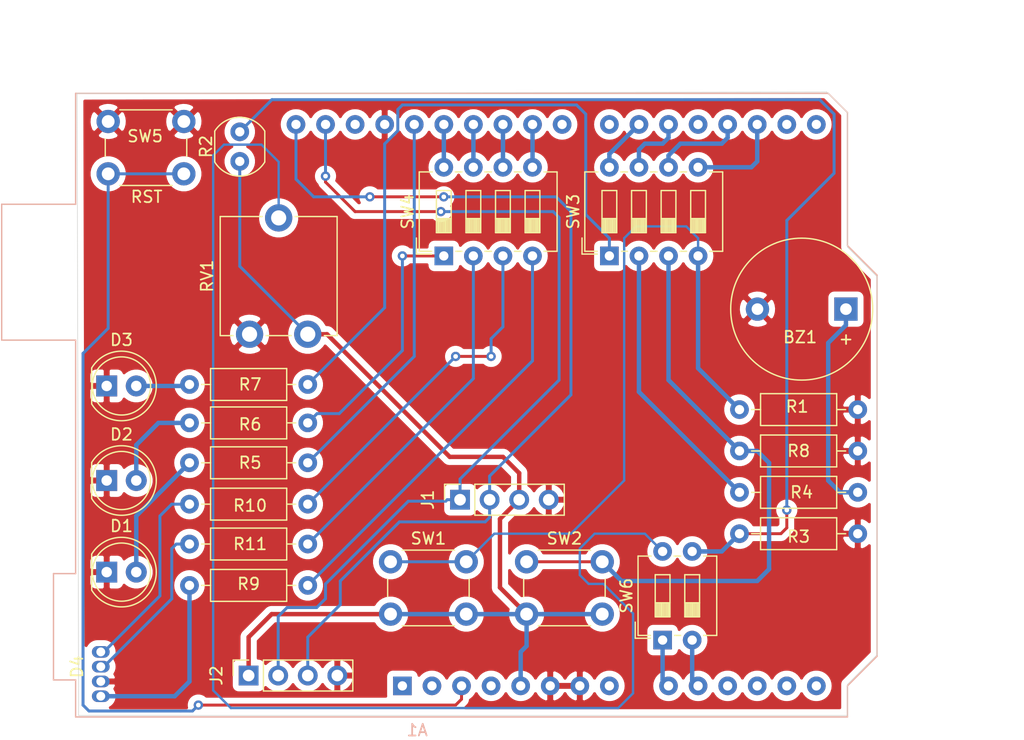
<source format=kicad_pcb>
(kicad_pcb (version 20171130) (host pcbnew "(5.1.4-0-10_14)")
  (layers (0 F.Cu signal hide) (31 B.Cu signal) (34 B.Paste user) (35 F.Paste user) (36 B.SilkS user) (37 F.SilkS user) (38 B.Mask user) (39 F.Mask user) (44 Edge.Cuts user))
  (net 0 "")
  (net 1 SCL)
  (net 2 SDA)
  (net 3 "Net-(A1-Pad1)")
  (net 4 "Net-(A1-Pad17)")
  (net 5 "Net-(A1-Pad2)")
  (net 6 "Net-(A1-Pad18)")
  (net 7 RST)
  (net 8 "Net-(A1-Pad19)")
  (net 9 "Net-(A1-Pad4)")
  (net 10 "Net-(A1-Pad20)")
  (net 11 +5V)
  (net 12 "Net-(A1-Pad21)")
  (net 13 GND)
  (net 14 "Net-(A1-Pad22)")
  (net 15 "Net-(A1-Pad23)")
  (net 16 "Net-(A1-Pad8)")
  (net 17 "Net-(A1-Pad24)")
  (net 18 "Net-(A1-Pad9)")
  (net 19 "Net-(A1-Pad25)")
  (net 20 "Net-(A1-Pad10)")
  (net 21 "Net-(A1-Pad26)")
  (net 22 "Net-(A1-Pad11)")
  (net 23 "Net-(A1-Pad27)")
  (net 24 "Net-(A1-Pad12)")
  (net 25 D13)
  (net 26 "Net-(A1-Pad13)")
  (net 27 "Net-(A1-Pad14)")
  (net 28 "Net-(A1-Pad30)")
  (net 29 "Net-(A1-Pad15)")
  (net 30 "Net-(A1-Pad16)")
  (net 31 "Net-(BZ1-Pad1)")
  (net 32 "Net-(D1-Pad2)")
  (net 33 "Net-(D2-Pad2)")
  (net 34 "Net-(D3-Pad2)")
  (net 35 "Net-(D4-Pad1)")
  (net 36 "Net-(D4-Pad2)")
  (net 37 "Net-(D4-Pad3)")
  (net 38 D2)
  (net 39 A1)
  (net 40 D5)
  (net 41 D12)
  (net 42 D6)
  (net 43 D3)
  (net 44 D9)
  (net 45 D10)
  (net 46 D11)
  (net 47 A0)
  (module Module:Arduino_UNO_R3 (layer B.Cu) (at 131.064 115.189)
    (fp_text reference A1 (at 1.27 3.81 -180) (layer B.SilkS) (effects (justify mirror)))
    (fp_text value Arduino_UNO_R3)
    (pad 32 thru_hole oval (at -9.14 -48.26 270) (size 1.6 1.6) (drill 0.8) (layers *.Cu *.Mask) (net 1 SCL))
    (pad 31 thru_hole oval (at -6.6 -48.26 270) (size 1.6 1.6) (drill 0.8) (layers *.Cu *.Mask) (net 2 SDA))
    (pad 1 thru_hole rect (at 0 0 270) (size 1.6 1.6) (drill 0.8) (layers *.Cu *.Mask) (net 3 "Net-(A1-Pad1)"))
    (pad 17 thru_hole oval (at 30.48 -48.26 270) (size 1.6 1.6) (drill 0.8) (layers *.Cu *.Mask) (net 4 "Net-(A1-Pad17)"))
    (pad 2 thru_hole oval (at 2.54 0 270) (size 1.6 1.6) (drill 0.8) (layers *.Cu *.Mask) (net 5 "Net-(A1-Pad2)"))
    (pad 18 thru_hole oval (at 27.94 -48.26 270) (size 1.6 1.6) (drill 0.8) (layers *.Cu *.Mask) (net 6 "Net-(A1-Pad18)"))
    (pad 3 thru_hole oval (at 5.08 0 270) (size 1.6 1.6) (drill 0.8) (layers *.Cu *.Mask) (net 7 RST))
    (pad 19 thru_hole oval (at 25.4 -48.26 270) (size 1.6 1.6) (drill 0.8) (layers *.Cu *.Mask) (net 8 "Net-(A1-Pad19)"))
    (pad 4 thru_hole oval (at 7.62 0 270) (size 1.6 1.6) (drill 0.8) (layers *.Cu *.Mask) (net 9 "Net-(A1-Pad4)"))
    (pad 20 thru_hole oval (at 22.86 -48.26 270) (size 1.6 1.6) (drill 0.8) (layers *.Cu *.Mask) (net 10 "Net-(A1-Pad20)"))
    (pad 5 thru_hole oval (at 10.16 0 270) (size 1.6 1.6) (drill 0.8) (layers *.Cu *.Mask) (net 11 +5V))
    (pad 21 thru_hole oval (at 20.32 -48.26 270) (size 1.6 1.6) (drill 0.8) (layers *.Cu *.Mask) (net 12 "Net-(A1-Pad21)"))
    (pad 6 thru_hole oval (at 12.7 0 270) (size 1.6 1.6) (drill 0.8) (layers *.Cu *.Mask) (net 13 GND))
    (pad 22 thru_hole oval (at 17.78 -48.26 270) (size 1.6 1.6) (drill 0.8) (layers *.Cu *.Mask) (net 14 "Net-(A1-Pad22)"))
    (pad 7 thru_hole oval (at 15.24 0 270) (size 1.6 1.6) (drill 0.8) (layers *.Cu *.Mask) (net 13 GND))
    (pad 23 thru_hole oval (at 13.72 -48.26 270) (size 1.6 1.6) (drill 0.8) (layers *.Cu *.Mask) (net 15 "Net-(A1-Pad23)"))
    (pad 8 thru_hole oval (at 17.78 0 270) (size 1.6 1.6) (drill 0.8) (layers *.Cu *.Mask) (net 16 "Net-(A1-Pad8)"))
    (pad 24 thru_hole oval (at 11.18 -48.26 270) (size 1.6 1.6) (drill 0.8) (layers *.Cu *.Mask) (net 17 "Net-(A1-Pad24)"))
    (pad 9 thru_hole oval (at 22.86 0 270) (size 1.6 1.6) (drill 0.8) (layers *.Cu *.Mask) (net 18 "Net-(A1-Pad9)"))
    (pad 25 thru_hole oval (at 8.64 -48.26 270) (size 1.6 1.6) (drill 0.8) (layers *.Cu *.Mask) (net 19 "Net-(A1-Pad25)"))
    (pad 10 thru_hole oval (at 25.4 0 270) (size 1.6 1.6) (drill 0.8) (layers *.Cu *.Mask) (net 20 "Net-(A1-Pad10)"))
    (pad 26 thru_hole oval (at 6.1 -48.26 270) (size 1.6 1.6) (drill 0.8) (layers *.Cu *.Mask) (net 21 "Net-(A1-Pad26)"))
    (pad 11 thru_hole oval (at 27.94 0 270) (size 1.6 1.6) (drill 0.8) (layers *.Cu *.Mask) (net 22 "Net-(A1-Pad11)"))
    (pad 27 thru_hole oval (at 3.56 -48.26 270) (size 1.6 1.6) (drill 0.8) (layers *.Cu *.Mask) (net 23 "Net-(A1-Pad27)"))
    (pad 12 thru_hole oval (at 30.48 0 270) (size 1.6 1.6) (drill 0.8) (layers *.Cu *.Mask) (net 24 "Net-(A1-Pad12)"))
    (pad 28 thru_hole oval (at 1.02 -48.26 270) (size 1.6 1.6) (drill 0.8) (layers *.Cu *.Mask) (net 25 D13))
    (pad 13 thru_hole oval (at 33.02 0 270) (size 1.6 1.6) (drill 0.8) (layers *.Cu *.Mask) (net 26 "Net-(A1-Pad13)"))
    (pad 29 thru_hole oval (at -1.52 -48.26 270) (size 1.6 1.6) (drill 0.8) (layers *.Cu *.Mask) (net 13 GND))
    (pad 14 thru_hole oval (at 35.56 0 270) (size 1.6 1.6) (drill 0.8) (layers *.Cu *.Mask) (net 27 "Net-(A1-Pad14)"))
    (pad 30 thru_hole oval (at -4.06 -48.26 270) (size 1.6 1.6) (drill 0.8) (layers *.Cu *.Mask) (net 28 "Net-(A1-Pad30)"))
    (pad 15 thru_hole oval (at 35.56 -48.26 270) (size 1.6 1.6) (drill 0.8) (layers *.Cu *.Mask) (net 29 "Net-(A1-Pad15)"))
    (pad 16 thru_hole oval (at 33.02 -48.26 270) (size 1.6 1.6) (drill 0.8) (layers *.Cu *.Mask) (net 30 "Net-(A1-Pad16)"))
  )
  (module Buzzer_Beeper:Buzzer_12x9.5RM7.6 (layer F.Cu) (at 169.164 82.804 180)
    (fp_text reference BZ1 (at 3.937 -2.413) (layer F.SilkS))
    (fp_text value Buzzer)
    (fp_text user + (at -0.01 -2.54) (layer F.SilkS))
    (pad 1 thru_hole rect (at 0 0 180) (size 2 2) (drill 1) (layers *.Cu *.Mask) (net 31 "Net-(BZ1-Pad1)"))
    (pad 2 thru_hole circle (at 7.6 0 180) (size 2 2) (drill 1) (layers *.Cu *.Mask) (net 13 GND))
  )
  (module LED_THT:LED_D5.0mm (layer F.Cu) (at 105.664 105.41)
    (fp_text reference D1 (at 1.27 -3.96) (layer F.SilkS))
    (fp_text value LED)
    (pad 1 thru_hole rect (at 0 0) (size 1.8 1.8) (drill 0.9) (layers *.Cu *.Mask) (net 13 GND))
    (pad 2 thru_hole circle (at 2.54 0) (size 1.8 1.8) (drill 0.9) (layers *.Cu *.Mask) (net 32 "Net-(D1-Pad2)"))
  )
  (module LED_THT:LED_D5.0mm (layer F.Cu) (at 105.664 97.536)
    (fp_text reference D2 (at 1.27 -3.96) (layer F.SilkS))
    (fp_text value LED)
    (pad 2 thru_hole circle (at 2.54 0) (size 1.8 1.8) (drill 0.9) (layers *.Cu *.Mask) (net 33 "Net-(D2-Pad2)"))
    (pad 1 thru_hole rect (at 0 0) (size 1.8 1.8) (drill 0.9) (layers *.Cu *.Mask) (net 13 GND))
  )
  (module LED_THT:LED_D5.0mm (layer F.Cu) (at 105.664 89.408)
    (fp_text reference D3 (at 1.27 -3.96) (layer F.SilkS))
    (fp_text value LED)
    (pad 1 thru_hole rect (at 0 0) (size 1.8 1.8) (drill 0.9) (layers *.Cu *.Mask) (net 13 GND))
    (pad 2 thru_hole circle (at 2.54 0) (size 1.8 1.8) (drill 0.9) (layers *.Cu *.Mask) (net 34 "Net-(D3-Pad2)"))
  )
  (module myShield:RGB-LED (layer F.Cu) (at 102.616 113.538 90)
    (fp_text reference D4 (at 0 0.5 90) (layer F.SilkS))
    (fp_text value LED_RGBC)
    (pad 1 thru_hole oval (at -2.54 2.54 90) (size 1 1.524) (drill 0.762) (layers *.Cu *.Mask) (net 35 "Net-(D4-Pad1)"))
    (pad 2 thru_hole oval (at 1.27 2.54 90) (size 1 1.524) (drill 0.762) (layers *.Cu *.Mask) (net 36 "Net-(D4-Pad2)"))
    (pad 3 thru_hole oval (at 0 2.54 90) (size 1 1.524) (drill 0.762) (layers *.Cu *.Mask) (net 37 "Net-(D4-Pad3)"))
    (pad 4 thru_hole oval (at -1.27 2.54 90) (size 1 1.524) (drill 0.762) (layers *.Cu *.Mask) (net 13 GND))
  )
  (module Connector_PinSocket_2.54mm:PinSocket_1x04_P2.54mm_Vertical (layer F.Cu) (at 136.017 99.187 90)
    (fp_text reference J1 (at 0 -2.77 90) (layer F.SilkS))
    (fp_text value Conn_01x04)
    (pad 1 thru_hole rect (at 0 0 90) (size 1.7 1.7) (drill 1) (layers *.Cu *.Mask) (net 2 SDA))
    (pad 2 thru_hole oval (at 0 2.54 90) (size 1.7 1.7) (drill 1) (layers *.Cu *.Mask) (net 1 SCL))
    (pad 3 thru_hole oval (at 0 5.08 90) (size 1.7 1.7) (drill 1) (layers *.Cu *.Mask) (net 11 +5V))
    (pad 4 thru_hole oval (at 0 7.62 90) (size 1.7 1.7) (drill 1) (layers *.Cu *.Mask) (net 13 GND))
  )
  (module Connector_PinSocket_2.54mm:PinSocket_1x04_P2.54mm_Vertical (layer F.Cu) (at 117.856 114.3 90)
    (fp_text reference J2 (at 0 -2.77 90) (layer F.SilkS))
    (fp_text value Conn_01x04)
    (pad 4 thru_hole oval (at 0 7.62 90) (size 1.7 1.7) (drill 1) (layers *.Cu *.Mask) (net 13 GND))
    (pad 3 thru_hole oval (at 0 5.08 90) (size 1.7 1.7) (drill 1) (layers *.Cu *.Mask) (net 1 SCL))
    (pad 2 thru_hole oval (at 0 2.54 90) (size 1.7 1.7) (drill 1) (layers *.Cu *.Mask) (net 2 SDA))
    (pad 1 thru_hole rect (at 0 0 90) (size 1.7 1.7) (drill 1) (layers *.Cu *.Mask) (net 11 +5V))
  )
  (module Resistor_THT:R_Axial_DIN0207_L6.3mm_D2.5mm_P10.16mm_Horizontal (layer F.Cu) (at 160.02 91.44)
    (fp_text reference R1 (at 4.953 -0.254) (layer F.SilkS))
    (fp_text value 10k)
    (pad 1 thru_hole circle (at 0 0) (size 1.6 1.6) (drill 0.8) (layers *.Cu *.Mask) (net 38 D2))
    (pad 2 thru_hole oval (at 10.16 0) (size 1.6 1.6) (drill 0.8) (layers *.Cu *.Mask) (net 13 GND))
  )
  (module OptoDevice:R_LDR_4.9x4.2mm_P2.54mm_Vertical (layer F.Cu) (at 117.094 70.104 90)
    (fp_text reference R2 (at 1.27 -2.9 90) (layer F.SilkS))
    (fp_text value R_PHOTO)
    (pad 1 thru_hole circle (at 0 0 90) (size 1.6 1.6) (drill 0.8) (layers *.Cu *.Mask) (net 11 +5V))
    (pad 2 thru_hole circle (at 2.54 0 90) (size 1.6 1.6) (drill 0.8) (layers *.Cu *.Mask) (net 39 A1))
  )
  (module Resistor_THT:R_Axial_DIN0207_L6.3mm_D2.5mm_P10.16mm_Horizontal (layer F.Cu) (at 160.02 102.108)
    (fp_text reference R3 (at 5.08 0.254) (layer F.SilkS))
    (fp_text value 2k2)
    (pad 1 thru_hole circle (at 0 0) (size 1.6 1.6) (drill 0.8) (layers *.Cu *.Mask) (net 39 A1))
    (pad 2 thru_hole oval (at 10.16 0) (size 1.6 1.6) (drill 0.8) (layers *.Cu *.Mask) (net 13 GND))
  )
  (module Resistor_THT:R_Axial_DIN0207_L6.3mm_D2.5mm_P10.16mm_Horizontal (layer F.Cu) (at 170.18 98.552 180)
    (fp_text reference R4 (at 4.826 0) (layer F.SilkS))
    (fp_text value 100)
    (pad 1 thru_hole circle (at 0 0 180) (size 1.6 1.6) (drill 0.8) (layers *.Cu *.Mask) (net 31 "Net-(BZ1-Pad1)"))
    (pad 2 thru_hole oval (at 10.16 0 180) (size 1.6 1.6) (drill 0.8) (layers *.Cu *.Mask) (net 40 D5))
  )
  (module Resistor_THT:R_Axial_DIN0207_L6.3mm_D2.5mm_P10.16mm_Horizontal (layer F.Cu) (at 122.936 96.012 180)
    (fp_text reference R5 (at 4.953 0) (layer F.SilkS))
    (fp_text value 390)
    (pad 2 thru_hole oval (at 10.16 0 180) (size 1.6 1.6) (drill 0.8) (layers *.Cu *.Mask) (net 32 "Net-(D1-Pad2)"))
    (pad 1 thru_hole circle (at 0 0 180) (size 1.6 1.6) (drill 0.8) (layers *.Cu *.Mask) (net 25 D13))
  )
  (module Resistor_THT:R_Axial_DIN0207_L6.3mm_D2.5mm_P10.16mm_Horizontal (layer F.Cu) (at 122.936 92.583 180)
    (fp_text reference R6 (at 4.953 -0.127) (layer F.SilkS))
    (fp_text value 390)
    (pad 1 thru_hole circle (at 0 0 180) (size 1.6 1.6) (drill 0.8) (layers *.Cu *.Mask) (net 41 D12))
    (pad 2 thru_hole oval (at 10.16 0 180) (size 1.6 1.6) (drill 0.8) (layers *.Cu *.Mask) (net 33 "Net-(D2-Pad2)"))
  )
  (module Resistor_THT:R_Axial_DIN0207_L6.3mm_D2.5mm_P10.16mm_Horizontal (layer F.Cu) (at 122.936 89.281 180)
    (fp_text reference R7 (at 4.953 0) (layer F.SilkS))
    (fp_text value 390)
    (pad 2 thru_hole oval (at 10.16 0 180) (size 1.6 1.6) (drill 0.8) (layers *.Cu *.Mask) (net 34 "Net-(D3-Pad2)"))
    (pad 1 thru_hole circle (at 0 0 180) (size 1.6 1.6) (drill 0.8) (layers *.Cu *.Mask) (net 42 D6))
  )
  (module Resistor_THT:R_Axial_DIN0207_L6.3mm_D2.5mm_P10.16mm_Horizontal (layer F.Cu) (at 160.02 94.996)
    (fp_text reference R8 (at 5.08 0) (layer F.SilkS))
    (fp_text value 10k)
    (pad 2 thru_hole oval (at 10.16 0) (size 1.6 1.6) (drill 0.8) (layers *.Cu *.Mask) (net 13 GND))
    (pad 1 thru_hole circle (at 0 0) (size 1.6 1.6) (drill 0.8) (layers *.Cu *.Mask) (net 43 D3))
  )
  (module Resistor_THT:R_Axial_DIN0207_L6.3mm_D2.5mm_P10.16mm_Horizontal (layer F.Cu) (at 122.936 106.553 180)
    (fp_text reference R9 (at 5.08 0.127) (layer F.SilkS))
    (fp_text value 390)
    (pad 2 thru_hole oval (at 10.16 0 180) (size 1.6 1.6) (drill 0.8) (layers *.Cu *.Mask) (net 35 "Net-(D4-Pad1)"))
    (pad 1 thru_hole circle (at 0 0 180) (size 1.6 1.6) (drill 0.8) (layers *.Cu *.Mask) (net 44 D9))
  )
  (module Resistor_THT:R_Axial_DIN0207_L6.3mm_D2.5mm_P10.16mm_Horizontal (layer F.Cu) (at 122.936 99.568 180)
    (fp_text reference R10 (at 4.953 -0.127) (layer F.SilkS))
    (fp_text value 390)
    (pad 1 thru_hole circle (at 0 0 180) (size 1.6 1.6) (drill 0.8) (layers *.Cu *.Mask) (net 45 D10))
    (pad 2 thru_hole oval (at 10.16 0 180) (size 1.6 1.6) (drill 0.8) (layers *.Cu *.Mask) (net 36 "Net-(D4-Pad2)"))
  )
  (module Resistor_THT:R_Axial_DIN0207_L6.3mm_D2.5mm_P10.16mm_Horizontal (layer F.Cu) (at 122.936 102.997 180)
    (fp_text reference R11 (at 4.953 0) (layer F.SilkS))
    (fp_text value 390)
    (pad 2 thru_hole oval (at 10.16 0 180) (size 1.6 1.6) (drill 0.8) (layers *.Cu *.Mask) (net 37 "Net-(D4-Pad3)"))
    (pad 1 thru_hole circle (at 0 0 180) (size 1.6 1.6) (drill 0.8) (layers *.Cu *.Mask) (net 46 D11))
  )
  (module Potentiometer_THT:Potentiometer_ACP_CA9-V10_Vertical (layer F.Cu) (at 122.936 84.963 90)
    (fp_text reference RV1 (at 5 -8.65 90) (layer F.SilkS))
    (fp_text value 10k)
    (pad 3 thru_hole circle (at 0 -5 90) (size 2.34 2.34) (drill 1.3) (layers *.Cu *.Mask) (net 13 GND))
    (pad 2 thru_hole circle (at 10 -2.5 90) (size 2.34 2.34) (drill 1.3) (layers *.Cu *.Mask) (net 47 A0))
    (pad 1 thru_hole circle (at 0 0 90) (size 2.34 2.34) (drill 1.3) (layers *.Cu *.Mask) (net 11 +5V))
  )
  (module Button_Switch_THT:SW_PUSH_6mm (layer F.Cu) (at 130.048 104.521)
    (fp_text reference SW1 (at 3.25 -2) (layer F.SilkS))
    (fp_text value SW_SPST)
    (pad 2 thru_hole circle (at 0 4.5 90) (size 2 2) (drill 1.1) (layers *.Cu *.Mask) (net 11 +5V))
    (pad 1 thru_hole circle (at 0 0 90) (size 2 2) (drill 1.1) (layers *.Cu *.Mask) (net 38 D2))
    (pad 2 thru_hole circle (at 6.5 4.5 90) (size 2 2) (drill 1.1) (layers *.Cu *.Mask) (net 11 +5V))
    (pad 1 thru_hole circle (at 6.5 0 90) (size 2 2) (drill 1.1) (layers *.Cu *.Mask) (net 38 D2))
  )
  (module Button_Switch_THT:SW_PUSH_6mm (layer F.Cu) (at 141.732 104.521)
    (fp_text reference SW2 (at 3.25 -2) (layer F.SilkS))
    (fp_text value SW_SPST)
    (pad 1 thru_hole circle (at 6.5 0 90) (size 2 2) (drill 1.1) (layers *.Cu *.Mask) (net 43 D3))
    (pad 2 thru_hole circle (at 6.5 4.5 90) (size 2 2) (drill 1.1) (layers *.Cu *.Mask) (net 11 +5V))
    (pad 1 thru_hole circle (at 0 0 90) (size 2 2) (drill 1.1) (layers *.Cu *.Mask) (net 43 D3))
    (pad 2 thru_hole circle (at 0 4.5 90) (size 2 2) (drill 1.1) (layers *.Cu *.Mask) (net 11 +5V))
  )
  (module Button_Switch_THT:SW_DIP_SPSTx04_Slide_6.7x11.72mm_W7.62mm_P2.54mm_LowProfile (layer F.Cu) (at 148.844 78.232 90)
    (fp_text reference SW3 (at 3.81 -3.11 90) (layer F.SilkS))
    (fp_text value SW_DIP_x04)
    (pad 1 thru_hole rect (at 0 0 90) (size 1.6 1.6) (drill 0.8) (layers *.Cu *.Mask) (net 42 D6))
    (pad 5 thru_hole oval (at 7.62 7.62 90) (size 1.6 1.6) (drill 0.8) (layers *.Cu *.Mask) (net 4 "Net-(A1-Pad17)"))
    (pad 2 thru_hole oval (at 0 2.54 90) (size 1.6 1.6) (drill 0.8) (layers *.Cu *.Mask) (net 40 D5))
    (pad 6 thru_hole oval (at 7.62 5.08 90) (size 1.6 1.6) (drill 0.8) (layers *.Cu *.Mask) (net 6 "Net-(A1-Pad18)"))
    (pad 3 thru_hole oval (at 0 5.08 90) (size 1.6 1.6) (drill 0.8) (layers *.Cu *.Mask) (net 43 D3))
    (pad 7 thru_hole oval (at 7.62 2.54 90) (size 1.6 1.6) (drill 0.8) (layers *.Cu *.Mask) (net 10 "Net-(A1-Pad20)"))
    (pad 4 thru_hole oval (at 0 7.62 90) (size 1.6 1.6) (drill 0.8) (layers *.Cu *.Mask) (net 38 D2))
    (pad 8 thru_hole oval (at 7.62 0 90) (size 1.6 1.6) (drill 0.8) (layers *.Cu *.Mask) (net 12 "Net-(A1-Pad21)"))
  )
  (module Button_Switch_THT:SW_DIP_SPSTx04_Slide_6.7x11.72mm_W7.62mm_P2.54mm_LowProfile (layer F.Cu) (at 134.62 78.232 90)
    (fp_text reference SW4 (at 3.81 -3.11 90) (layer F.SilkS))
    (fp_text value SW_DIP_x04)
    (pad 8 thru_hole oval (at 7.62 0 90) (size 1.6 1.6) (drill 0.8) (layers *.Cu *.Mask) (net 23 "Net-(A1-Pad27)"))
    (pad 4 thru_hole oval (at 0 7.62 90) (size 1.6 1.6) (drill 0.8) (layers *.Cu *.Mask) (net 44 D9))
    (pad 7 thru_hole oval (at 7.62 2.54 90) (size 1.6 1.6) (drill 0.8) (layers *.Cu *.Mask) (net 21 "Net-(A1-Pad26)"))
    (pad 3 thru_hole oval (at 0 5.08 90) (size 1.6 1.6) (drill 0.8) (layers *.Cu *.Mask) (net 45 D10))
    (pad 6 thru_hole oval (at 7.62 5.08 90) (size 1.6 1.6) (drill 0.8) (layers *.Cu *.Mask) (net 19 "Net-(A1-Pad25)"))
    (pad 2 thru_hole oval (at 0 2.54 90) (size 1.6 1.6) (drill 0.8) (layers *.Cu *.Mask) (net 46 D11))
    (pad 5 thru_hole oval (at 7.62 7.62 90) (size 1.6 1.6) (drill 0.8) (layers *.Cu *.Mask) (net 17 "Net-(A1-Pad24)"))
    (pad 1 thru_hole rect (at 0 0 90) (size 1.6 1.6) (drill 0.8) (layers *.Cu *.Mask) (net 41 D12))
  )
  (module Button_Switch_THT:SW_PUSH_6mm (layer F.Cu) (at 105.791 66.675)
    (fp_text reference SW5 (at 3.175 1.27) (layer F.SilkS))
    (fp_text value SW_SPST)
    (pad 2 thru_hole circle (at 0 4.5 90) (size 2 2) (drill 1.1) (layers *.Cu *.Mask) (net 7 RST))
    (pad 1 thru_hole circle (at 0 0 90) (size 2 2) (drill 1.1) (layers *.Cu *.Mask) (net 13 GND))
    (pad 2 thru_hole circle (at 6.5 4.5 90) (size 2 2) (drill 1.1) (layers *.Cu *.Mask) (net 7 RST))
    (pad 1 thru_hole circle (at 6.5 0 90) (size 2 2) (drill 1.1) (layers *.Cu *.Mask) (net 13 GND))
  )
  (module Button_Switch_THT:SW_DIP_SPSTx02_Slide_6.7x6.64mm_W7.62mm_P2.54mm_LowProfile (layer F.Cu) (at 153.416 111.252 90)
    (fp_text reference SW6 (at 3.81 -3.11 90) (layer F.SilkS))
    (fp_text value SW_DIP_x02)
    (pad 1 thru_hole rect (at 0 0 90) (size 1.6 1.6) (drill 0.8) (layers *.Cu *.Mask) (net 18 "Net-(A1-Pad9)"))
    (pad 3 thru_hole oval (at 7.62 2.54 90) (size 1.6 1.6) (drill 0.8) (layers *.Cu *.Mask) (net 39 A1))
    (pad 2 thru_hole oval (at 0 2.54 90) (size 1.6 1.6) (drill 0.8) (layers *.Cu *.Mask) (net 20 "Net-(A1-Pad10)"))
    (pad 4 thru_hole oval (at 7.62 0 90) (size 1.6 1.6) (drill 0.8) (layers *.Cu *.Mask) (net 47 A0))
  )
  (gr_line (start 103.251 117.729) (end 103.124 64.262) (layer Edge.Cuts) (width 0.05))
  (gr_line (start 169.291 117.729) (end 103.251 117.729) (layer Edge.Cuts) (width 0.05))
  (gr_line (start 169.291 115.062) (end 169.291 117.729) (layer Edge.Cuts) (width 0.05))
  (gr_line (start 171.831 112.522) (end 169.291 115.062) (layer Edge.Cuts) (width 0.05))
  (gr_line (start 171.831 80.01) (end 171.831 112.522) (layer Edge.Cuts) (width 0.05))
  (gr_line (start 169.291 77.47) (end 171.831 80.01) (layer Edge.Cuts) (width 0.05))
  (gr_line (start 169.291 65.913) (end 169.291 77.47) (layer Edge.Cuts) (width 0.05))
  (gr_line (start 167.513 64.135) (end 169.291 65.913) (layer Edge.Cuts) (width 0.05))
  (gr_line (start 103.124 64.262) (end 167.513 64.135) (layer Edge.Cuts) (width 0.05))
  (gr_text RST (at 109.093 73.152) (layer F.SilkS) (effects (font (size 1 1))))
  (segment (start 138.557 99.187) (end 138.557 97.155) (width 0.254) (layer B.Cu) (net 1))
  (segment (start 138.557 97.155) (end 145.542 90.17) (width 0.254) (layer B.Cu) (net 1))
  (segment (start 145.542 90.17) (end 145.542 74.422) (width 0.254) (layer B.Cu) (net 1))
  (segment (start 145.542 74.422) (end 144.272 73.152) (width 0.254) (layer B.Cu) (net 1))
  (via (at 134.62 73.152) (size 0.8) (drill 0.4) (layers F.Cu B.Cu) (net 1))
  (segment (start 144.272 73.152) (end 134.62 73.152) (width 0.254) (layer B.Cu) (net 1))
  (via (at 128.27 73.152) (size 0.8) (drill 0.4) (layers F.Cu B.Cu) (net 1))
  (segment (start 134.62 73.152) (end 128.27 73.152) (width 0.254) (layer F.Cu) (net 1))
  (segment (start 128.27 73.152) (end 123.444 73.152) (width 0.254) (layer B.Cu) (net 1))
  (segment (start 121.924 71.632) (end 121.924 66.929) (width 0.254) (layer B.Cu) (net 1))
  (segment (start 123.444 73.152) (end 121.924 71.632) (width 0.254) (layer B.Cu) (net 1))
  (segment (start 122.936 114.3) (end 122.936 110.998) (width 0.254) (layer B.Cu) (net 1))
  (segment (start 122.936 110.998) (end 125.73 108.204) (width 0.254) (layer B.Cu) (net 1))
  (segment (start 125.73 108.204) (end 125.73 106.172) (width 0.254) (layer B.Cu) (net 1))
  (segment (start 125.73 106.172) (end 130.81 101.092) (width 0.254) (layer B.Cu) (net 1))
  (segment (start 130.81 101.092) (end 138.176 101.092) (width 0.254) (layer B.Cu) (net 1))
  (segment (start 138.557 100.711) (end 138.557 99.187) (width 0.254) (layer B.Cu) (net 1))
  (segment (start 138.176 101.092) (end 138.557 100.711) (width 0.254) (layer B.Cu) (net 1))
  (segment (start 136.017 99.187) (end 136.017 97.409) (width 0.254) (layer B.Cu) (net 2))
  (segment (start 136.017 97.409) (end 143.367001 90.058999) (width 0.254) (layer B.Cu) (net 2))
  (segment (start 143.367001 90.058999) (end 144.526 88.9) (width 0.254) (layer B.Cu) (net 2))
  (segment (start 144.526 88.9) (end 144.526 74.93) (width 0.254) (layer B.Cu) (net 2))
  (segment (start 144.526 74.93) (end 144.018 74.422) (width 0.254) (layer B.Cu) (net 2))
  (via (at 134.366 74.422) (size 0.8) (drill 0.4) (layers F.Cu B.Cu) (net 2))
  (segment (start 144.018 74.422) (end 134.366 74.422) (width 0.254) (layer B.Cu) (net 2))
  (segment (start 134.366 74.422) (end 127 74.422) (width 0.254) (layer F.Cu) (net 2))
  (via (at 124.46 71.374) (size 0.8) (drill 0.4) (layers F.Cu B.Cu) (net 2))
  (segment (start 124.46 71.882) (end 124.46 71.374) (width 0.254) (layer F.Cu) (net 2))
  (segment (start 127 74.422) (end 124.46 71.882) (width 0.254) (layer F.Cu) (net 2))
  (segment (start 124.46 66.933) (end 124.464 66.929) (width 0.254) (layer B.Cu) (net 2))
  (segment (start 124.46 71.374) (end 124.46 66.933) (width 0.254) (layer B.Cu) (net 2))
  (segment (start 123.698 108.458) (end 121.158 108.458) (width 0.254) (layer B.Cu) (net 2))
  (segment (start 124.46 107.696) (end 123.698 108.458) (width 0.254) (layer B.Cu) (net 2))
  (segment (start 134.786 99.314) (end 131.572 99.314) (width 0.254) (layer B.Cu) (net 2))
  (segment (start 120.396 109.22) (end 120.396 114.3) (width 0.254) (layer B.Cu) (net 2))
  (segment (start 124.46 106.426) (end 124.46 107.696) (width 0.254) (layer B.Cu) (net 2))
  (segment (start 121.158 108.458) (end 120.396 109.22) (width 0.254) (layer B.Cu) (net 2))
  (segment (start 134.913 99.187) (end 134.786 99.314) (width 0.254) (layer B.Cu) (net 2))
  (segment (start 131.572 99.314) (end 124.46 106.426) (width 0.254) (layer B.Cu) (net 2))
  (segment (start 136.017 99.187) (end 134.913 99.187) (width 0.254) (layer B.Cu) (net 2))
  (segment (start 156.464 70.612) (end 161.036 70.612) (width 0.381) (layer B.Cu) (net 4))
  (segment (start 161.036 70.612) (end 161.544 70.104) (width 0.381) (layer B.Cu) (net 4))
  (segment (start 161.544 70.104) (end 161.544 66.929) (width 0.381) (layer B.Cu) (net 4))
  (segment (start 159.004 68.072) (end 159.004 66.929) (width 0.381) (layer B.Cu) (net 6))
  (segment (start 154.94 68.58) (end 158.496 68.58) (width 0.381) (layer B.Cu) (net 6))
  (segment (start 158.496 68.58) (end 159.004 68.072) (width 0.381) (layer B.Cu) (net 6))
  (segment (start 153.924 69.596) (end 154.94 68.58) (width 0.381) (layer B.Cu) (net 6))
  (segment (start 153.924 70.612) (end 153.924 69.596) (width 0.381) (layer B.Cu) (net 6))
  (segment (start 105.791 71.175) (end 112.291 71.175) (width 0.254) (layer B.Cu) (net 7))
  (segment (start 105.791 71.175) (end 105.791 84.455) (width 0.254) (layer B.Cu) (net 7))
  (segment (start 105.791 84.455) (end 103.632 86.614) (width 0.254) (layer B.Cu) (net 7))
  (segment (start 103.632 86.614) (end 103.632 116.84) (width 0.254) (layer B.Cu) (net 7))
  (segment (start 103.632 116.84) (end 104.14 117.348) (width 0.254) (layer B.Cu) (net 7))
  (segment (start 104.14 117.348) (end 112.014 117.348) (width 0.254) (layer B.Cu) (net 7))
  (segment (start 112.014 117.348) (end 112.776 117.348) (width 0.254) (layer B.Cu) (net 7))
  (segment (start 112.776 117.348) (end 113.03 117.348) (width 0.254) (layer B.Cu) (net 7))
  (via (at 113.538 116.84) (size 0.8) (drill 0.4) (layers F.Cu B.Cu) (net 7))
  (segment (start 113.03 117.348) (end 113.538 116.84) (width 0.254) (layer B.Cu) (net 7))
  (segment (start 136.144 116.332) (end 136.144 115.189) (width 0.254) (layer F.Cu) (net 7))
  (segment (start 135.636 116.84) (end 136.144 116.332) (width 0.254) (layer F.Cu) (net 7))
  (segment (start 113.538 116.84) (end 135.636 116.84) (width 0.254) (layer F.Cu) (net 7))
  (segment (start 151.384 70.612) (end 151.384 69.088) (width 0.381) (layer B.Cu) (net 10))
  (segment (start 151.384 69.088) (end 151.892 68.58) (width 0.381) (layer B.Cu) (net 10))
  (segment (start 151.892 68.58) (end 153.416 68.58) (width 0.381) (layer B.Cu) (net 10))
  (segment (start 153.416 68.58) (end 153.924 68.072) (width 0.381) (layer B.Cu) (net 10))
  (segment (start 153.924 68.072) (end 153.924 66.929) (width 0.381) (layer B.Cu) (net 10))
  (segment (start 141.732 109.021) (end 141.732 111.76) (width 0.381) (layer B.Cu) (net 11))
  (segment (start 141.224 112.268) (end 141.224 115.189) (width 0.381) (layer B.Cu) (net 11))
  (segment (start 141.732 111.76) (end 141.224 112.268) (width 0.381) (layer B.Cu) (net 11))
  (segment (start 117.094 79.121) (end 122.936 84.963) (width 0.254) (layer B.Cu) (net 11))
  (segment (start 117.094 70.104) (end 117.094 79.121) (width 0.254) (layer B.Cu) (net 11))
  (segment (start 141.097 99.187) (end 139.446 100.838) (width 0.381) (layer F.Cu) (net 11))
  (segment (start 139.446 106.735) (end 141.732 109.021) (width 0.381) (layer F.Cu) (net 11))
  (segment (start 139.446 100.838) (end 139.446 106.735) (width 0.381) (layer F.Cu) (net 11))
  (segment (start 143.146213 109.021) (end 148.232 109.021) (width 0.381) (layer B.Cu) (net 11))
  (segment (start 141.732 109.021) (end 143.146213 109.021) (width 0.381) (layer B.Cu) (net 11))
  (segment (start 130.048 109.021) (end 136.548 109.021) (width 0.381) (layer B.Cu) (net 11))
  (segment (start 136.548 109.021) (end 141.732 109.021) (width 0.381) (layer B.Cu) (net 11))
  (segment (start 119.833 109.021) (end 130.048 109.021) (width 0.381) (layer F.Cu) (net 11))
  (segment (start 117.856 110.998) (end 119.833 109.021) (width 0.381) (layer F.Cu) (net 11))
  (segment (start 117.856 114.3) (end 117.856 110.998) (width 0.381) (layer F.Cu) (net 11))
  (segment (start 124.590629 84.963) (end 135.131629 95.504) (width 0.381) (layer F.Cu) (net 11))
  (segment (start 122.936 84.963) (end 124.590629 84.963) (width 0.381) (layer F.Cu) (net 11))
  (segment (start 135.131629 95.504) (end 139.7 95.504) (width 0.381) (layer F.Cu) (net 11))
  (segment (start 141.097 96.901) (end 141.097 99.187) (width 0.381) (layer F.Cu) (net 11))
  (segment (start 139.7 95.504) (end 141.097 96.901) (width 0.381) (layer F.Cu) (net 11))
  (segment (start 148.844 69.469) (end 151.384 66.929) (width 0.381) (layer B.Cu) (net 12))
  (segment (start 148.844 70.612) (end 148.844 69.469) (width 0.381) (layer B.Cu) (net 12))
  (segment (start 142.244 70.608) (end 142.24 70.612) (width 0.381) (layer B.Cu) (net 17))
  (segment (start 142.244 66.929) (end 142.244 70.608) (width 0.381) (layer B.Cu) (net 17))
  (segment (start 153.416 114.681) (end 153.924 115.189) (width 0.381) (layer B.Cu) (net 18))
  (segment (start 153.416 111.252) (end 153.416 114.681) (width 0.381) (layer B.Cu) (net 18))
  (segment (start 139.704 70.608) (end 139.7 70.612) (width 0.381) (layer B.Cu) (net 19))
  (segment (start 139.704 66.929) (end 139.704 70.608) (width 0.381) (layer B.Cu) (net 19))
  (segment (start 155.956 114.681) (end 156.464 115.189) (width 0.381) (layer B.Cu) (net 20))
  (segment (start 155.956 111.252) (end 155.956 114.681) (width 0.381) (layer B.Cu) (net 20))
  (segment (start 137.164 70.608) (end 137.16 70.612) (width 0.381) (layer B.Cu) (net 21))
  (segment (start 137.164 66.929) (end 137.164 70.608) (width 0.381) (layer B.Cu) (net 21))
  (segment (start 134.624 70.608) (end 134.62 70.612) (width 0.381) (layer B.Cu) (net 23))
  (segment (start 134.624 66.929) (end 134.624 70.608) (width 0.381) (layer B.Cu) (net 23))
  (segment (start 132.084 86.864) (end 132.084 66.929) (width 0.254) (layer B.Cu) (net 25))
  (segment (start 122.936 96.012) (end 132.084 86.864) (width 0.254) (layer B.Cu) (net 25))
  (segment (start 168.656 98.552) (end 170.18 98.552) (width 0.381) (layer B.Cu) (net 31))
  (segment (start 167.64 97.536) (end 168.656 98.552) (width 0.381) (layer B.Cu) (net 31))
  (segment (start 169.164 84.185) (end 167.64 85.709) (width 0.381) (layer B.Cu) (net 31))
  (segment (start 167.64 85.709) (end 167.64 97.536) (width 0.381) (layer B.Cu) (net 31))
  (segment (start 169.164 82.804) (end 169.164 84.185) (width 0.381) (layer B.Cu) (net 31))
  (segment (start 108.204 105.41) (end 108.204 100.584) (width 0.381) (layer B.Cu) (net 32))
  (segment (start 108.204 100.584) (end 112.776 96.012) (width 0.381) (layer B.Cu) (net 32))
  (segment (start 112.776 92.583) (end 110.109 92.583) (width 0.381) (layer B.Cu) (net 33))
  (segment (start 108.204 94.488) (end 108.204 97.536) (width 0.381) (layer B.Cu) (net 33))
  (segment (start 110.109 92.583) (end 108.204 94.488) (width 0.381) (layer B.Cu) (net 33))
  (segment (start 112.649 89.408) (end 112.776 89.281) (width 0.381) (layer B.Cu) (net 34))
  (segment (start 108.204 89.408) (end 112.649 89.408) (width 0.381) (layer B.Cu) (net 34))
  (segment (start 105.156 116.078) (end 111.506 116.078) (width 0.381) (layer B.Cu) (net 35))
  (segment (start 111.506 116.078) (end 112.776 114.808) (width 0.381) (layer B.Cu) (net 35))
  (segment (start 112.776 114.808) (end 112.776 106.553) (width 0.381) (layer B.Cu) (net 35))
  (segment (start 105.418 112.268) (end 110.236 107.45) (width 0.254) (layer B.Cu) (net 36))
  (segment (start 105.156 112.268) (end 105.418 112.268) (width 0.254) (layer B.Cu) (net 36))
  (segment (start 110.236 107.45) (end 110.236 100.584) (width 0.254) (layer B.Cu) (net 36))
  (segment (start 110.236 100.584) (end 111.252 99.568) (width 0.254) (layer B.Cu) (net 36))
  (segment (start 111.252 99.568) (end 112.776 99.568) (width 0.254) (layer B.Cu) (net 36))
  (segment (start 111.64463 102.997) (end 112.776 102.997) (width 0.254) (layer B.Cu) (net 37))
  (segment (start 111.252 103.38963) (end 111.64463 102.997) (width 0.254) (layer B.Cu) (net 37))
  (segment (start 111.252 107.704) (end 111.252 103.38963) (width 0.254) (layer B.Cu) (net 37))
  (segment (start 105.418 113.538) (end 111.252 107.704) (width 0.254) (layer B.Cu) (net 37))
  (segment (start 105.156 113.538) (end 105.418 113.538) (width 0.254) (layer B.Cu) (net 37))
  (segment (start 156.464 87.884) (end 160.02 91.44) (width 0.381) (layer B.Cu) (net 38))
  (segment (start 156.464 78.232) (end 156.464 87.884) (width 0.381) (layer B.Cu) (net 38))
  (segment (start 131.462213 104.521) (end 136.548 104.521) (width 0.254) (layer B.Cu) (net 38))
  (segment (start 130.048 104.521) (end 131.462213 104.521) (width 0.254) (layer B.Cu) (net 38))
  (segment (start 136.548 104.521) (end 138.961 102.108) (width 0.2032) (layer B.Cu) (net 38))
  (segment (start 138.961 102.108) (end 145.542 102.108) (width 0.2032) (layer B.Cu) (net 38))
  (segment (start 145.542 102.108) (end 150.114 97.536) (width 0.2032) (layer B.Cu) (net 38))
  (segment (start 150.114 97.536) (end 150.114 76.708) (width 0.2032) (layer B.Cu) (net 38))
  (segment (start 150.114 76.708) (end 151.13 75.692) (width 0.2032) (layer B.Cu) (net 38))
  (segment (start 151.13 75.692) (end 155.448 75.692) (width 0.2032) (layer B.Cu) (net 38))
  (segment (start 156.464 76.708) (end 156.464 78.232) (width 0.2032) (layer B.Cu) (net 38))
  (segment (start 155.448 75.692) (end 156.464 76.708) (width 0.2032) (layer B.Cu) (net 38))
  (segment (start 158.496 103.632) (end 160.02 102.108) (width 0.381) (layer B.Cu) (net 39))
  (segment (start 155.956 103.632) (end 158.496 103.632) (width 0.381) (layer B.Cu) (net 39))
  (segment (start 119.858008 64.799992) (end 166.907992 64.799992) (width 0.254) (layer B.Cu) (net 39))
  (segment (start 117.094 67.564) (end 119.858008 64.799992) (width 0.254) (layer B.Cu) (net 39))
  (segment (start 166.907992 64.799992) (end 168.148 66.04) (width 0.254) (layer B.Cu) (net 39))
  (segment (start 168.148 66.04) (end 168.148 71.12) (width 0.254) (layer B.Cu) (net 39))
  (segment (start 168.148 71.12) (end 164.084 75.184) (width 0.254) (layer B.Cu) (net 39))
  (via (at 164.084 100.076) (size 0.8) (drill 0.4) (layers F.Cu B.Cu) (net 39))
  (segment (start 164.084 75.184) (end 164.084 100.076) (width 0.254) (layer B.Cu) (net 39))
  (segment (start 164.084 100.076) (end 164.084 101.6) (width 0.254) (layer F.Cu) (net 39))
  (segment (start 163.576 102.108) (end 160.02 102.108) (width 0.254) (layer F.Cu) (net 39))
  (segment (start 164.084 101.6) (end 163.576 102.108) (width 0.254) (layer F.Cu) (net 39))
  (segment (start 151.384 89.916) (end 160.02 98.552) (width 0.381) (layer B.Cu) (net 40))
  (segment (start 151.384 78.232) (end 151.384 89.916) (width 0.381) (layer B.Cu) (net 40))
  (segment (start 123.735999 91.783001) (end 125.640999 91.783001) (width 0.254) (layer B.Cu) (net 41))
  (segment (start 122.936 92.583) (end 123.735999 91.783001) (width 0.254) (layer B.Cu) (net 41))
  (segment (start 125.640999 91.783001) (end 131.064 86.36) (width 0.254) (layer B.Cu) (net 41))
  (via (at 131.064 78.232) (size 0.8) (drill 0.4) (layers F.Cu B.Cu) (net 41))
  (segment (start 131.064 86.36) (end 131.064 78.232) (width 0.254) (layer B.Cu) (net 41))
  (segment (start 131.064 78.232) (end 134.62 78.232) (width 0.254) (layer F.Cu) (net 41))
  (segment (start 146.812 66.04) (end 146.812 74.676) (width 0.254) (layer B.Cu) (net 42))
  (segment (start 131.064 65.254002) (end 146.026002 65.254002) (width 0.254) (layer B.Cu) (net 42))
  (segment (start 146.026002 65.254002) (end 146.812 66.04) (width 0.254) (layer B.Cu) (net 42))
  (segment (start 130.671001 67.469961) (end 130.671001 65.647001) (width 0.254) (layer B.Cu) (net 42))
  (segment (start 129.54 82.677) (end 129.54 68.600962) (width 0.254) (layer B.Cu) (net 42))
  (segment (start 122.936 89.281) (end 129.54 82.677) (width 0.254) (layer B.Cu) (net 42))
  (segment (start 130.671001 65.647001) (end 131.064 65.254002) (width 0.254) (layer B.Cu) (net 42))
  (segment (start 148.844 76.708) (end 148.844 78.232) (width 0.254) (layer B.Cu) (net 42))
  (segment (start 146.812 74.676) (end 148.844 76.708) (width 0.254) (layer B.Cu) (net 42))
  (segment (start 129.54 68.600962) (end 130.671001 67.469961) (width 0.254) (layer B.Cu) (net 42))
  (segment (start 153.924 88.9) (end 160.02 94.996) (width 0.381) (layer B.Cu) (net 43))
  (segment (start 153.924 78.232) (end 153.924 88.9) (width 0.381) (layer B.Cu) (net 43))
  (segment (start 148.232 104.521) (end 149.883 106.172) (width 0.381) (layer B.Cu) (net 43))
  (segment (start 149.883 106.172) (end 161.544 106.172) (width 0.381) (layer B.Cu) (net 43))
  (segment (start 161.544 106.172) (end 162.56 105.156) (width 0.381) (layer B.Cu) (net 43))
  (segment (start 162.56 105.156) (end 162.56 96.012) (width 0.381) (layer B.Cu) (net 43))
  (segment (start 161.544 94.996) (end 160.02 94.996) (width 0.381) (layer B.Cu) (net 43))
  (segment (start 162.56 96.012) (end 161.544 94.996) (width 0.381) (layer B.Cu) (net 43))
  (segment (start 141.732 104.521) (end 148.232 104.521) (width 0.254) (layer F.Cu) (net 43))
  (segment (start 142.24 87.249) (end 142.24 78.232) (width 0.254) (layer B.Cu) (net 44))
  (segment (start 122.936 106.553) (end 142.24 87.249) (width 0.254) (layer B.Cu) (net 44))
  (via (at 135.636 86.868) (size 0.8) (drill 0.4) (layers F.Cu B.Cu) (net 45))
  (segment (start 122.936 99.568) (end 135.636 86.868) (width 0.254) (layer B.Cu) (net 45))
  (via (at 138.684 86.868) (size 0.8) (drill 0.4) (layers F.Cu B.Cu) (net 45))
  (segment (start 135.636 86.868) (end 138.684 86.868) (width 0.254) (layer F.Cu) (net 45))
  (segment (start 138.684 86.868) (end 138.684 85.344) (width 0.254) (layer B.Cu) (net 45))
  (segment (start 139.7 84.328) (end 139.7 78.232) (width 0.254) (layer B.Cu) (net 45))
  (segment (start 138.684 85.344) (end 139.7 84.328) (width 0.254) (layer B.Cu) (net 45))
  (segment (start 137.16 88.773) (end 137.16 78.232) (width 0.254) (layer B.Cu) (net 46))
  (segment (start 122.936 102.997) (end 137.16 88.773) (width 0.254) (layer B.Cu) (net 46))
  (segment (start 120.436 74.963) (end 120.436 70.144) (width 0.2032) (layer B.Cu) (net 47))
  (segment (start 118.957601 68.665601) (end 115.738399 68.665601) (width 0.2032) (layer B.Cu) (net 47))
  (segment (start 120.436 70.144) (end 118.957601 68.665601) (width 0.2032) (layer B.Cu) (net 47))
  (segment (start 115.738399 68.665601) (end 114.808 69.596) (width 0.2032) (layer B.Cu) (net 47))
  (segment (start 114.808 69.596) (end 114.808 115.57) (width 0.2032) (layer B.Cu) (net 47))
  (segment (start 114.808 115.57) (end 116.332 117.094) (width 0.2032) (layer B.Cu) (net 47))
  (segment (start 116.332 117.094) (end 149.606 117.094) (width 0.2032) (layer B.Cu) (net 47))
  (segment (start 149.606 117.094) (end 150.876 115.824) (width 0.2032) (layer B.Cu) (net 47))
  (segment (start 150.876 115.824) (end 150.876 108.966) (width 0.2032) (layer B.Cu) (net 47))
  (segment (start 150.876 108.966) (end 148.336 106.426) (width 0.2032) (layer B.Cu) (net 47))
  (segment (start 148.336 106.426) (end 147.066 106.426) (width 0.2032) (layer B.Cu) (net 47))
  (segment (start 147.066 106.426) (end 146.304 105.664) (width 0.2032) (layer B.Cu) (net 47))
  (segment (start 146.304 105.664) (end 146.304 103.378) (width 0.2032) (layer B.Cu) (net 47))
  (segment (start 146.304 103.378) (end 147.574 102.108) (width 0.2032) (layer B.Cu) (net 47))
  (segment (start 151.892 102.108) (end 153.416 103.632) (width 0.2032) (layer B.Cu) (net 47))
  (segment (start 147.574 102.108) (end 151.892 102.108) (width 0.2032) (layer B.Cu) (net 47))
  (zone (net 13) (net_name GND) (layer F.Cu) (connect_pads (clearance 0.508)) (min_thickness 0.254) (fill yes (arc_segments 32) (thermal_gap 0.508) (thermal_bridge_width 0.508))
    (polygon (pts (xy 103.251 64.516) (xy 167.386 64.516) (xy 168.91 66.04) (xy 168.91 77.47) (xy 171.45 80.01) (xy 171.45 112.395) (xy 168.783 115.189) (xy 168.783 117.221) (xy 103.378 117.348)))
  )
)
</source>
